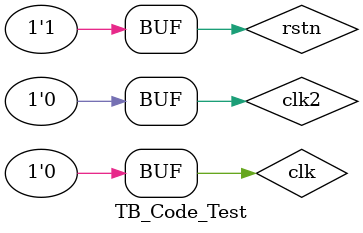
<source format=v>
`timescale 1ns / 1ps

module TB_Code_Test;

reg clk, rstn, clk2;
initial begin
	clk = 0;
	rstn = 1;
	#100 rstn = 0;
	#100 rstn = 1;
end
always begin
	#1 clk = 1;
	#1 clk = 0;
end
always begin
	#10 clk2 = 1;
	#10 clk2 = 0;
end

reg [31:0] r_cnt_1;
reg [31:0] r_cnt_2;
reg r_trig_1;
reg r_trig_2;
always @(posedge clk or negedge rstn) begin
	if(!rstn) begin
		r_cnt_1 <= 0;
		r_cnt_2 <= 0;
		r_trig_1 <= 0;
		r_trig_2 <= 0;
	end else begin
		if( r_cnt_1 >= 100) begin
			r_cnt_1 <= 0;
			r_trig_1 <= ~r_trig_1;
			if( r_cnt_2 >= 100) begin
				r_cnt_2 <= 0;
				r_trig_2 <= ~r_trig_2;
			end else begin
				r_cnt_2 <= r_cnt_2 + 1;				
			end
		end else begin
			r_cnt_1 <= r_cnt_1 + 1;
		end
	end
end

wire w_xpm_pulse1;
wire w_xpm_pulse2;
wire w_xpm_pulse3;
wire w_xpm_pulse4;
	xpm_cdc_pulse #(
		.DEST_SYNC_FF(2),   // DECIMAL; range: 2-10
		.INIT_SYNC_FF(1),   // DECIMAL; 0=disable simulation init values, 1=enable simulation init values
		.REG_OUTPUT(0),     // DECIMAL; 0=disable registered output, 1=enable registered output
		.RST_USED(0),       // DECIMAL; 0=no reset, 1=implement reset
		.SIM_ASSERT_CHK(0)  // DECIMAL; 0=disable simulation messages, 1=enable simulation messages
	)
	xpm_cdc_pulse_inst1 (
		.dest_pulse(w_xpm_pulse1), // 1-bit output: Outputs a pulse the size of one dest_clk period when a pulse
								// transfer is correctly initiated on src_pulse input. This output is
								// combinatorial unless REG_OUTPUT is set to 1.
		.dest_clk(clk),     // 1-bit input: Destination clock.
		.dest_rst(!rstn),
		.src_clk(clk),       // 1-bit input: Source clock.
		.src_pulse(r_trig_2),   // 1-bit input: Rising edge of this signal initiates a pulse transfer to the
								// destination clock domain. The minimum gap between each pulse transfer must be
								// at the minimum 2*(larger(src_clk period, dest_clk period)). This is measured
								// between the falling edge of a src_pulse to the rising edge of the next
								// src_pulse. This minimum gap will guarantee that each rising edge of src_pulse
								// will generate a pulse the size of one dest_clk period in the destination
								// clock domain. When RST_USED = 1, pulse transfers will not be guaranteed while
								// src_rst and/or dest_rst are asserted.
		.src_rst(!rstn)
	);
	xpm_cdc_pulse #(
		.DEST_SYNC_FF(3),   // DECIMAL; range: 2-10
		.INIT_SYNC_FF(1),   // DECIMAL; 0=disable simulation init values, 1=enable simulation init values
		.REG_OUTPUT(0),     // DECIMAL; 0=disable registered output, 1=enable registered output
		.RST_USED(0),       // DECIMAL; 0=no reset, 1=implement reset
		.SIM_ASSERT_CHK(0)  // DECIMAL; 0=disable simulation messages, 1=enable simulation messages
	)
	xpm_cdc_pulse_inst2 (
		.dest_pulse(w_xpm_pulse2), // 1-bit output: Outputs a pulse the size of one dest_clk period when a pulse
								// transfer is correctly initiated on src_pulse input. This output is
								// combinatorial unless REG_OUTPUT is set to 1.
		.dest_clk(clk),     // 1-bit input: Destination clock.
		.dest_rst(!rstn),
		.src_clk(clk),       // 1-bit input: Source clock.
		.src_pulse(r_trig_2),   // 1-bit input: Rising edge of this signal initiates a pulse transfer to the
								// destination clock domain. The minimum gap between each pulse transfer must be
								// at the minimum 2*(larger(src_clk period, dest_clk period)). This is measured
								// between the falling edge of a src_pulse to the rising edge of the next
								// src_pulse. This minimum gap will guarantee that each rising edge of src_pulse
								// will generate a pulse the size of one dest_clk period in the destination
								// clock domain. When RST_USED = 1, pulse transfers will not be guaranteed while
								// src_rst and/or dest_rst are asserted.
		.src_rst(!rstn)
	);
	xpm_cdc_pulse #(
		.DEST_SYNC_FF(2),   // DECIMAL; range: 2-10
		.INIT_SYNC_FF(1),   // DECIMAL; 0=disable simulation init values, 1=enable simulation init values
		.REG_OUTPUT(0),     // DECIMAL; 0=disable registered output, 1=enable registered output
		.RST_USED(0),       // DECIMAL; 0=no reset, 1=implement reset
		.SIM_ASSERT_CHK(0)  // DECIMAL; 0=disable simulation messages, 1=enable simulation messages
	)
	xpm_cdc_pulse_inst3 (
		.dest_pulse(w_xpm_pulse3), // 1-bit output: Outputs a pulse the size of one dest_clk period when a pulse
								// transfer is correctly initiated on src_pulse input. This output is
								// combinatorial unless REG_OUTPUT is set to 1.
		.dest_clk(clk2),     // 1-bit input: Destination clock.
		.dest_rst(!rstn),
		.src_clk(clk),       // 1-bit input: Source clock.
		.src_pulse(r_trig_2),   // 1-bit input: Rising edge of this signal initiates a pulse transfer to the
								// destination clock domain. The minimum gap between each pulse transfer must be
								// at the minimum 2*(larger(src_clk period, dest_clk period)). This is measured
								// between the falling edge of a src_pulse to the rising edge of the next
								// src_pulse. This minimum gap will guarantee that each rising edge of src_pulse
								// will generate a pulse the size of one dest_clk period in the destination
								// clock domain. When RST_USED = 1, pulse transfers will not be guaranteed while
								// src_rst and/or dest_rst are asserted.
		.src_rst(!rstn)
	);
	xpm_cdc_pulse #(
		.DEST_SYNC_FF(3),   // DECIMAL; range: 2-10
		.INIT_SYNC_FF(1),   // DECIMAL; 0=disable simulation init values, 1=enable simulation init values
		.REG_OUTPUT(0),     // DECIMAL; 0=disable registered output, 1=enable registered output
		.RST_USED(0),       // DECIMAL; 0=no reset, 1=implement reset
		.SIM_ASSERT_CHK(0)  // DECIMAL; 0=disable simulation messages, 1=enable simulation messages
	)
	xpm_cdc_pulse_inst4 (
		.dest_pulse(w_xpm_pulse4), // 1-bit output: Outputs a pulse the size of one dest_clk period when a pulse
								// transfer is correctly initiated on src_pulse input. This output is
								// combinatorial unless REG_OUTPUT is set to 1.
		.dest_clk(clk2),     // 1-bit input: Destination clock.
		.dest_rst(!rstn),
		.src_clk(clk),       // 1-bit input: Source clock.
		.src_pulse(r_trig_2),   // 1-bit input: Rising edge of this signal initiates a pulse transfer to the
								// destination clock domain. The minimum gap between each pulse transfer must be
								// at the minimum 2*(larger(src_clk period, dest_clk period)). This is measured
								// between the falling edge of a src_pulse to the rising edge of the next
								// src_pulse. This minimum gap will guarantee that each rising edge of src_pulse
								// will generate a pulse the size of one dest_clk period in the destination
								// clock domain. When RST_USED = 1, pulse transfers will not be guaranteed while
								// src_rst and/or dest_rst are asserted.
		.src_rst(!rstn)
	);

endmodule

</source>
